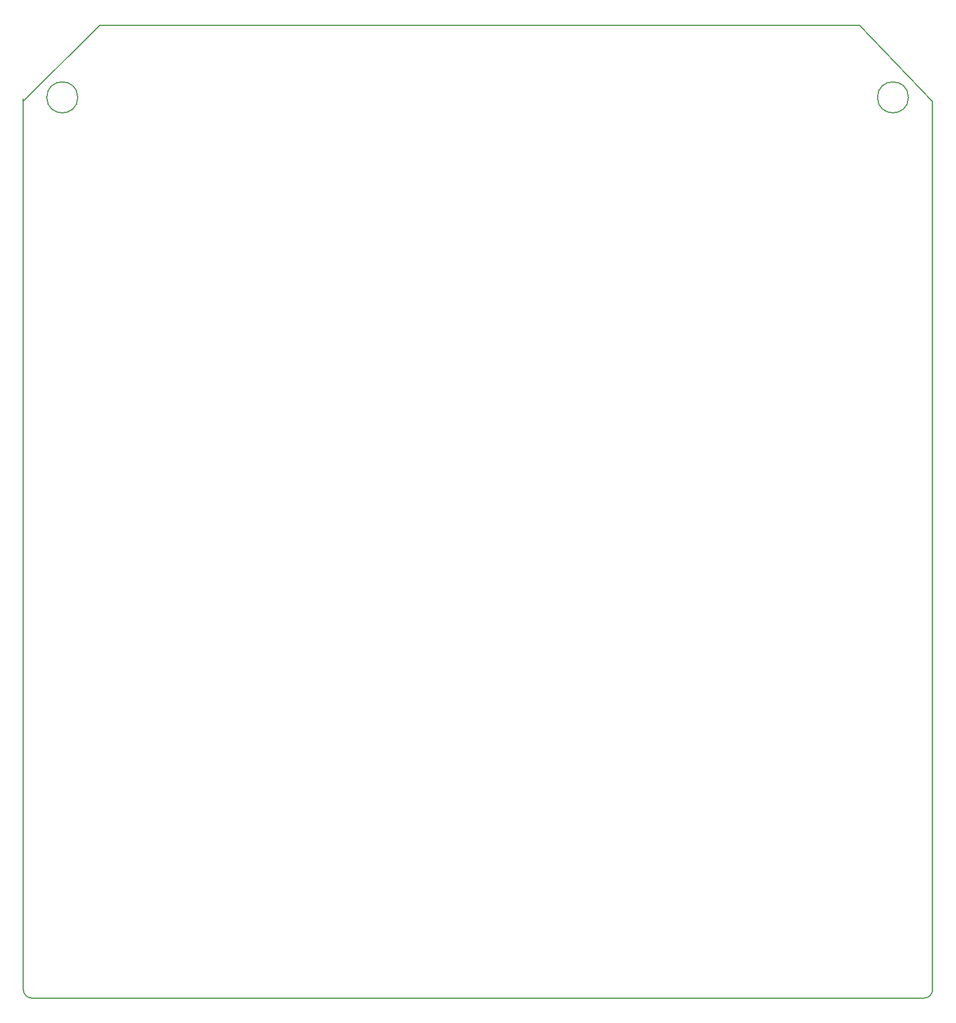
<source format=gtp>
G04 #@! TF.GenerationSoftware,KiCad,Pcbnew,(6.0.5)*
G04 #@! TF.CreationDate,2022-05-19T13:53:49+03:00*
G04 #@! TF.ProjectId,5.0mustangProteusPnP,352e306d-7573-4746-916e-6750726f7465,R0.1*
G04 #@! TF.SameCoordinates,Original*
G04 #@! TF.FileFunction,Paste,Top*
G04 #@! TF.FilePolarity,Positive*
%FSLAX46Y46*%
G04 Gerber Fmt 4.6, Leading zero omitted, Abs format (unit mm)*
G04 Created by KiCad (PCBNEW (6.0.5)) date 2022-05-19 13:53:49*
%MOMM*%
%LPD*%
G01*
G04 APERTURE LIST*
G04 #@! TA.AperFunction,Profile*
%ADD10C,0.200000*%
G04 #@! TD*
%ADD11O,0.000001X0.000001*%
G04 APERTURE END LIST*
D10*
X95885000Y-211201000D02*
X95885000Y-74201000D01*
X224406100Y-62865000D02*
X107638100Y-62865000D01*
X107638100Y-62865000D02*
X95885000Y-74627000D01*
X235585000Y-211201000D02*
X235585000Y-74627000D01*
X234315000Y-212471000D02*
G75*
G03*
X235585000Y-211201000I0J1270000D01*
G01*
X104235250Y-73977500D02*
G75*
G03*
X104235250Y-73977500I-2381250J0D01*
G01*
X224406100Y-62865000D02*
X235585000Y-74627000D01*
X95885000Y-211201000D02*
G75*
G03*
X97155000Y-212471000I1270000J0D01*
G01*
X234315000Y-212471000D02*
X97155000Y-212471000D01*
X231877750Y-73977500D02*
G75*
G03*
X231877750Y-73977500I-2381250J0D01*
G01*
D11*
G04 #@! TO.C,M2*
X167417666Y-190935501D03*
G04 #@! TD*
G04 #@! TO.C,M4*
X164560334Y-189560500D03*
G04 #@! TD*
M02*

</source>
